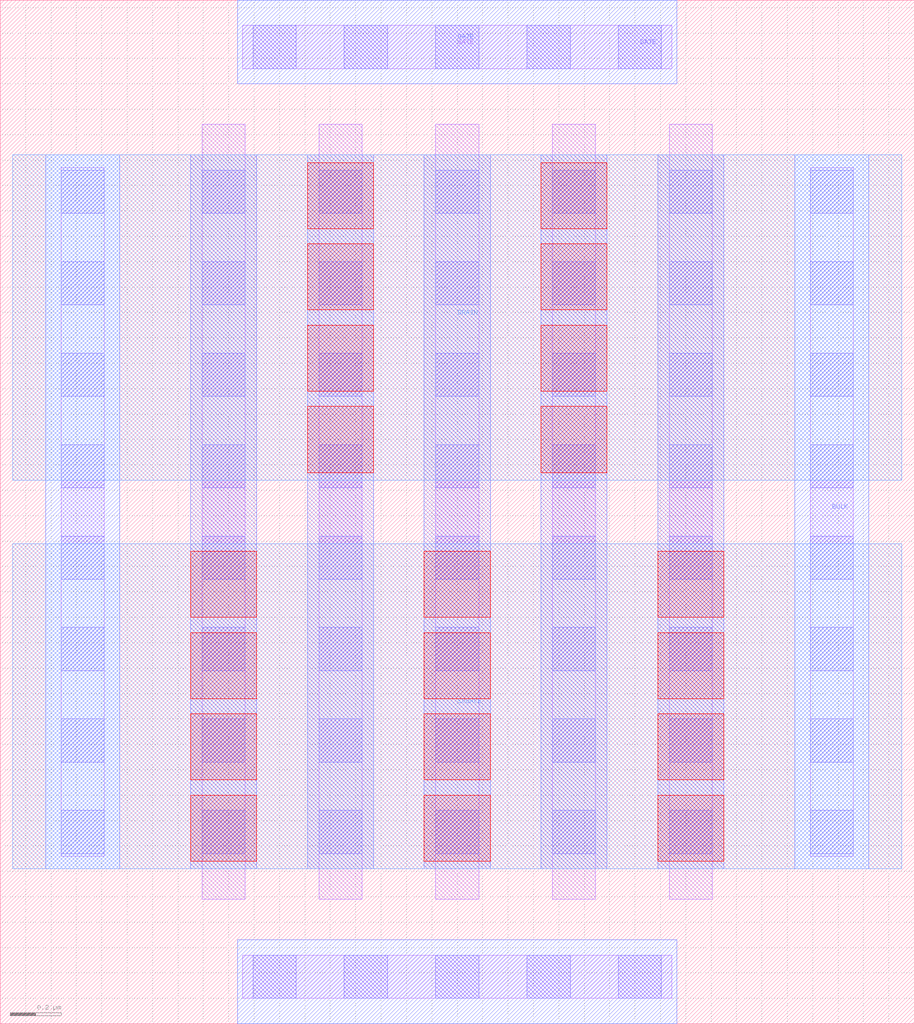
<source format=lef>
# Copyright 2020 The SkyWater PDK Authors
#
# Licensed under the Apache License, Version 2.0 (the "License");
# you may not use this file except in compliance with the License.
# You may obtain a copy of the License at
#
#     https://www.apache.org/licenses/LICENSE-2.0
#
# Unless required by applicable law or agreed to in writing, software
# distributed under the License is distributed on an "AS IS" BASIS,
# WITHOUT WARRANTIES OR CONDITIONS OF ANY KIND, either express or implied.
# See the License for the specific language governing permissions and
# limitations under the License.
#
# SPDX-License-Identifier: Apache-2.0

VERSION 5.7 ;
  NOWIREEXTENSIONATPIN ON ;
  DIVIDERCHAR "/" ;
  BUSBITCHARS "[]" ;
MACRO sky130_fd_pr__rf_pfet_01v8_aM04W3p00L0p18
  CLASS BLOCK ;
  FOREIGN sky130_fd_pr__rf_pfet_01v8_aM04W3p00L0p18 ;
  ORIGIN  0.000000  0.000000 ;
  SIZE  3.600000 BY  4.030000 ;
  PIN BULK
    ANTENNADIFFAREA  1.745800 ;
    PORT
      LAYER met1 ;
        RECT 0.180000 0.610000 0.470000 3.420000 ;
        RECT 3.130000 0.610000 3.420000 3.420000 ;
    END
  END BULK
  PIN DRAIN
    ANTENNADIFFAREA  1.685600 ;
    PORT
      LAYER met2 ;
        RECT 0.050000 2.140000 3.550000 3.420000 ;
    END
  END DRAIN
  PIN GATE
    ANTENNAGATEAREA  2.167200 ;
    PORT
      LAYER li1 ;
        RECT 0.955000 0.100000 2.645000 0.270000 ;
        RECT 0.955000 3.760000 2.645000 3.930000 ;
      LAYER mcon ;
        RECT 0.995000 0.100000 1.165000 0.270000 ;
        RECT 0.995000 3.760000 1.165000 3.930000 ;
        RECT 1.355000 0.100000 1.525000 0.270000 ;
        RECT 1.355000 3.760000 1.525000 3.930000 ;
        RECT 1.715000 0.100000 1.885000 0.270000 ;
        RECT 1.715000 3.760000 1.885000 3.930000 ;
        RECT 2.075000 0.100000 2.245000 0.270000 ;
        RECT 2.075000 3.760000 2.245000 3.930000 ;
        RECT 2.435000 0.100000 2.605000 0.270000 ;
        RECT 2.435000 3.760000 2.605000 3.930000 ;
    END
    PORT
      LAYER met1 ;
        RECT 0.935000 0.000000 2.665000 0.330000 ;
        RECT 0.935000 3.700000 2.665000 4.030000 ;
    END
  END GATE
  PIN SOURCE
    ANTENNADIFFAREA  2.528400 ;
    PORT
      LAYER met2 ;
        RECT 0.050000 0.610000 3.550000 1.890000 ;
    END
  END SOURCE
  OBS
    LAYER li1 ;
      RECT 0.240000 0.660000 0.410000 3.370000 ;
      RECT 0.795000 0.490000 0.965000 3.540000 ;
      RECT 1.255000 0.490000 1.425000 3.540000 ;
      RECT 1.715000 0.490000 1.885000 3.540000 ;
      RECT 2.175000 0.490000 2.345000 3.540000 ;
      RECT 2.635000 0.490000 2.805000 3.540000 ;
      RECT 3.190000 0.660000 3.360000 3.370000 ;
    LAYER mcon ;
      RECT 0.240000 0.670000 0.410000 0.840000 ;
      RECT 0.240000 1.030000 0.410000 1.200000 ;
      RECT 0.240000 1.390000 0.410000 1.560000 ;
      RECT 0.240000 1.750000 0.410000 1.920000 ;
      RECT 0.240000 2.110000 0.410000 2.280000 ;
      RECT 0.240000 2.470000 0.410000 2.640000 ;
      RECT 0.240000 2.830000 0.410000 3.000000 ;
      RECT 0.240000 3.190000 0.410000 3.360000 ;
      RECT 0.795000 0.670000 0.965000 0.840000 ;
      RECT 0.795000 1.030000 0.965000 1.200000 ;
      RECT 0.795000 1.390000 0.965000 1.560000 ;
      RECT 0.795000 1.750000 0.965000 1.920000 ;
      RECT 0.795000 2.110000 0.965000 2.280000 ;
      RECT 0.795000 2.470000 0.965000 2.640000 ;
      RECT 0.795000 2.830000 0.965000 3.000000 ;
      RECT 0.795000 3.190000 0.965000 3.360000 ;
      RECT 1.255000 0.670000 1.425000 0.840000 ;
      RECT 1.255000 1.030000 1.425000 1.200000 ;
      RECT 1.255000 1.390000 1.425000 1.560000 ;
      RECT 1.255000 1.750000 1.425000 1.920000 ;
      RECT 1.255000 2.110000 1.425000 2.280000 ;
      RECT 1.255000 2.470000 1.425000 2.640000 ;
      RECT 1.255000 2.830000 1.425000 3.000000 ;
      RECT 1.255000 3.190000 1.425000 3.360000 ;
      RECT 1.715000 0.670000 1.885000 0.840000 ;
      RECT 1.715000 1.030000 1.885000 1.200000 ;
      RECT 1.715000 1.390000 1.885000 1.560000 ;
      RECT 1.715000 1.750000 1.885000 1.920000 ;
      RECT 1.715000 2.110000 1.885000 2.280000 ;
      RECT 1.715000 2.470000 1.885000 2.640000 ;
      RECT 1.715000 2.830000 1.885000 3.000000 ;
      RECT 1.715000 3.190000 1.885000 3.360000 ;
      RECT 2.175000 0.670000 2.345000 0.840000 ;
      RECT 2.175000 1.030000 2.345000 1.200000 ;
      RECT 2.175000 1.390000 2.345000 1.560000 ;
      RECT 2.175000 1.750000 2.345000 1.920000 ;
      RECT 2.175000 2.110000 2.345000 2.280000 ;
      RECT 2.175000 2.470000 2.345000 2.640000 ;
      RECT 2.175000 2.830000 2.345000 3.000000 ;
      RECT 2.175000 3.190000 2.345000 3.360000 ;
      RECT 2.635000 0.670000 2.805000 0.840000 ;
      RECT 2.635000 1.030000 2.805000 1.200000 ;
      RECT 2.635000 1.390000 2.805000 1.560000 ;
      RECT 2.635000 1.750000 2.805000 1.920000 ;
      RECT 2.635000 2.110000 2.805000 2.280000 ;
      RECT 2.635000 2.470000 2.805000 2.640000 ;
      RECT 2.635000 2.830000 2.805000 3.000000 ;
      RECT 2.635000 3.190000 2.805000 3.360000 ;
      RECT 3.190000 0.670000 3.360000 0.840000 ;
      RECT 3.190000 1.030000 3.360000 1.200000 ;
      RECT 3.190000 1.390000 3.360000 1.560000 ;
      RECT 3.190000 1.750000 3.360000 1.920000 ;
      RECT 3.190000 2.110000 3.360000 2.280000 ;
      RECT 3.190000 2.470000 3.360000 2.640000 ;
      RECT 3.190000 2.830000 3.360000 3.000000 ;
      RECT 3.190000 3.190000 3.360000 3.360000 ;
    LAYER met1 ;
      RECT 0.750000 0.610000 1.010000 3.420000 ;
      RECT 1.210000 0.610000 1.470000 3.420000 ;
      RECT 1.670000 0.610000 1.930000 3.420000 ;
      RECT 2.130000 0.610000 2.390000 3.420000 ;
      RECT 2.590000 0.610000 2.850000 3.420000 ;
    LAYER via ;
      RECT 0.750000 0.640000 1.010000 0.900000 ;
      RECT 0.750000 0.960000 1.010000 1.220000 ;
      RECT 0.750000 1.280000 1.010000 1.540000 ;
      RECT 0.750000 1.600000 1.010000 1.860000 ;
      RECT 1.210000 2.170000 1.470000 2.430000 ;
      RECT 1.210000 2.490000 1.470000 2.750000 ;
      RECT 1.210000 2.810000 1.470000 3.070000 ;
      RECT 1.210000 3.130000 1.470000 3.390000 ;
      RECT 1.670000 0.640000 1.930000 0.900000 ;
      RECT 1.670000 0.960000 1.930000 1.220000 ;
      RECT 1.670000 1.280000 1.930000 1.540000 ;
      RECT 1.670000 1.600000 1.930000 1.860000 ;
      RECT 2.130000 2.170000 2.390000 2.430000 ;
      RECT 2.130000 2.490000 2.390000 2.750000 ;
      RECT 2.130000 2.810000 2.390000 3.070000 ;
      RECT 2.130000 3.130000 2.390000 3.390000 ;
      RECT 2.590000 0.640000 2.850000 0.900000 ;
      RECT 2.590000 0.960000 2.850000 1.220000 ;
      RECT 2.590000 1.280000 2.850000 1.540000 ;
      RECT 2.590000 1.600000 2.850000 1.860000 ;
  END
END sky130_fd_pr__rf_pfet_01v8_aM04W3p00L0p18
END LIBRARY

</source>
